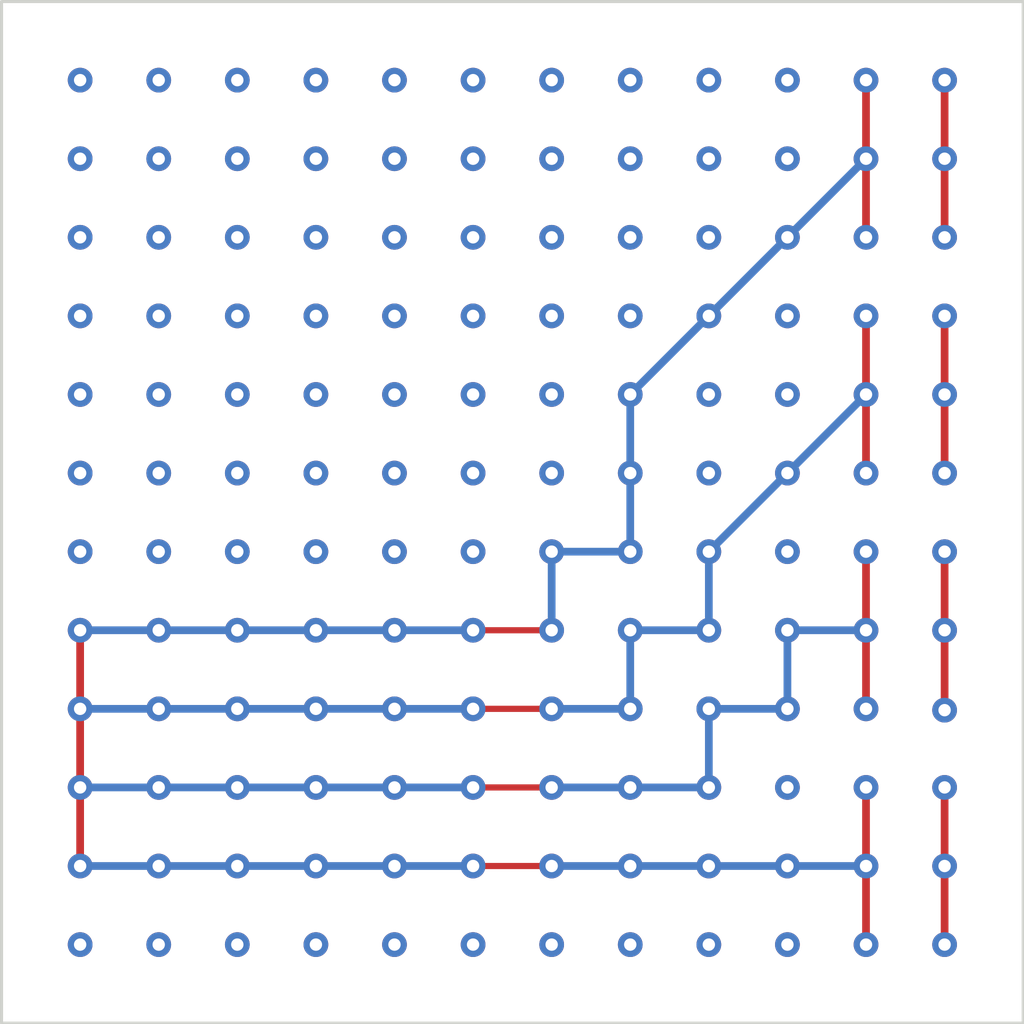
<source format=kicad_pcb>
(kicad_pcb
	(version 20240108)
	(generator "pcbnew")
	(generator_version "8.0")
	(general
		(thickness 1.6)
		(legacy_teardrops no)
	)
	(paper "A4")
	(layers
		(0 "F.Cu" signal)
		(31 "B.Cu" signal)
		(32 "B.Adhes" user "B.Adhesive")
		(33 "F.Adhes" user "F.Adhesive")
		(34 "B.Paste" user)
		(35 "F.Paste" user)
		(36 "B.SilkS" user "B.Silkscreen")
		(37 "F.SilkS" user "F.Silkscreen")
		(38 "B.Mask" user)
		(39 "F.Mask" user)
		(40 "Dwgs.User" user "User.Drawings")
		(41 "Cmts.User" user "User.Comments")
		(42 "Eco1.User" user "User.Eco1")
		(43 "Eco2.User" user "User.Eco2")
		(44 "Edge.Cuts" user)
		(45 "Margin" user)
		(46 "B.CrtYd" user "B.Courtyard")
		(47 "F.CrtYd" user "F.Courtyard")
		(48 "B.Fab" user)
		(49 "F.Fab" user)
		(50 "User.1" user)
		(51 "User.2" user)
		(52 "User.3" user)
		(53 "User.4" user)
		(54 "User.5" user)
		(55 "User.6" user)
		(56 "User.7" user)
		(57 "User.8" user)
		(58 "User.9" user)
	)
	(setup
		(pad_to_mask_clearance 0)
		(allow_soldermask_bridges_in_footprints no)
		(pcbplotparams
			(layerselection 0x00010fc_ffffffff)
			(plot_on_all_layers_selection 0x0000000_00000000)
			(disableapertmacros no)
			(usegerberextensions no)
			(usegerberattributes yes)
			(usegerberadvancedattributes yes)
			(creategerberjobfile yes)
			(dashed_line_dash_ratio 12.000000)
			(dashed_line_gap_ratio 3.000000)
			(svgprecision 4)
			(plotframeref no)
			(viasonmask no)
			(mode 1)
			(useauxorigin no)
			(hpglpennumber 1)
			(hpglpenspeed 20)
			(hpglpendiameter 15.000000)
			(pdf_front_fp_property_popups yes)
			(pdf_back_fp_property_popups yes)
			(dxfpolygonmode yes)
			(dxfimperialunits yes)
			(dxfusepcbnewfont yes)
			(psnegative no)
			(psa4output no)
			(plotreference yes)
			(plotvalue yes)
			(plotfptext yes)
			(plotinvisibletext no)
			(sketchpadsonfab no)
			(subtractmaskfromsilk no)
			(outputformat 1)
			(mirror no)
			(drillshape 1)
			(scaleselection 1)
			(outputdirectory "")
		)
	)
	(net 0 "")
	(gr_line
		(start 149.86 83.82)
		(end 147.32 83.82)
		(stroke
			(width 0.2)
			(type default)
		)
		(layer "F.Cu")
		(uuid "09939eff-7dca-40e1-9aaa-056a9500d7c4")
	)
	(gr_line
		(start 149.86 88.9)
		(end 147.32 88.9)
		(stroke
			(width 0.2)
			(type default)
		)
		(layer "F.Cu")
		(uuid "38954aec-074a-44fe-b5ed-1d0fd6778b33")
	)
	(gr_line
		(start 149.86 91.44)
		(end 147.32 91.44)
		(stroke
			(width 0.2)
			(type default)
		)
		(layer "F.Cu")
		(uuid "730eba30-1efe-4210-bf14-afff01a3bc65")
	)
	(gr_line
		(start 149.86 86.36)
		(end 147.32 86.36)
		(stroke
			(width 0.2)
			(type default)
		)
		(layer "F.Cu")
		(uuid "9c7fe386-8ae6-46b6-8ad1-80798af495cb")
	)
	(gr_rect
		(start 132.08 63.5)
		(end 165.1 96.52)
		(stroke
			(width 0.1)
			(type default)
		)
		(fill none)
		(layer "Edge.Cuts")
		(uuid "3b3e0919-9240-4e88-98bc-c7a30301080c")
	)
	(gr_text "0"
		(at 162.56 68.58 0)
		(layer "F.Paste")
		(uuid "1c8f6e39-6a84-4f85-90af-53432a0968a3")
		(effects
			(font
				(size 1 1)
				(thickness 0.15)
			)
			(justify left bottom)
		)
	)
	(gr_text "5"
		(at 162.56 81.28 0)
		(layer "F.Paste")
		(uuid "2afd352e-4eb1-4f53-aa21-ec0a751cd422")
		(effects
			(font
				(size 1 1)
				(thickness 0.15)
			)
			(justify left bottom)
		)
	)
	(gr_text "8"
		(at 147.32 91.44 0)
		(layer "F.Paste")
		(uuid "71c3059d-5221-405e-809f-65e8351ac9be")
		(effects
			(font
				(size 1 1)
				(thickness 0.15)
			)
			(justify left bottom)
		)
	)
	(gr_text "8"
		(at 162.56 88.9 0)
		(layer "F.Paste")
		(uuid "7de35bd8-e371-4a3a-9a5b-dff552258fbc")
		(effects
			(font
				(size 1 1)
				(thickness 0.15)
			)
			(justify left bottom)
		)
	)
	(gr_text "5"
		(at 147.32 88.9 0)
		(layer "F.Paste")
		(uuid "8447af02-3e08-48de-a815-9e8d4cdd024f")
		(effects
			(font
				(size 1 1)
				(thickness 0.15)
			)
			(justify left bottom)
		)
	)
	(gr_text "4"
		(at 147.32 86.36 0)
		(layer "F.Paste")
		(uuid "867edb82-d96c-4b8a-9194-1c1b9cf7801f")
		(effects
			(font
				(size 1 1)
				(thickness 0.15)
			)
			(justify left bottom)
		)
	)
	(gr_text "0"
		(at 147.32 83.82 0)
		(layer "F.Paste")
		(uuid "d09b732c-06a5-49d1-b1c1-32ad7832198e")
		(effects
			(font
				(size 1 1)
				(thickness 0.15)
			)
			(justify left bottom)
		)
	)
	(gr_text "4"
		(at 162.56 76.2 0)
		(layer "F.Paste")
		(uuid "f5655bff-f72b-46f8-9076-6f97b386c1c0")
		(effects
			(font
				(size 1 1)
				(thickness 0.15)
			)
			(justify left bottom)
		)
	)
	(segment
		(start 162.56 81.28)
		(end 162.56 86.402816)
		(width 0.25)
		(layer "F.Cu")
		(net 0)
		(uuid "604479b2-9034-4131-a273-c6a7e5ebaabd")
	)
	(segment
		(start 162.56 93.98)
		(end 162.56 91.44)
		(width 0.25)
		(layer "F.Cu")
		(net 0)
		(uuid "6dc45538-699c-479b-8c47-ca4279ed87d5")
	)
	(segment
		(start 162.56 78.74)
		(end 162.56 73.66)
		(width 0.25)
		(layer "F.Cu")
		(net 0)
		(uuid "6f04f574-23b6-4d11-b810-886bc64ce1d0")
	)
	(segment
		(start 160.02 71.12)
		(end 160.02 66.04)
		(width 0.25)
		(layer "F.Cu")
		(net 0)
		(uuid "70407452-e4f0-4a5f-9c4f-15e0cff64824")
	)
	(segment
		(start 162.56 88.9)
		(end 162.56 91.44)
		(width 0.25)
		(layer "F.Cu")
		(net 0)
		(uuid "72b49e48-3a36-4b30-974e-bff830ba8a17")
	)
	(segment
		(start 160.02 78.74)
		(end 160.02 73.66)
		(width 0.25)
		(layer "F.Cu")
		(net 0)
		(uuid "7407d788-16c3-49b4-a1ac-c09b2d9d21af")
	)
	(segment
		(start 162.56 71.12)
		(end 162.56 66.04)
		(width 0.25)
		(layer "F.Cu")
		(net 0)
		(uuid "7942b71e-0659-4b9a-815b-1f2df88c20de")
	)
	(segment
		(start 160.02 81.28)
		(end 160.02 86.36)
		(width 0.25)
		(layer "F.Cu")
		(net 0)
		(uuid "96b7e531-1f58-4a37-92ac-9bc6c34b7ace")
	)
	(segment
		(start 160.02 88.9)
		(end 160.02 93.98)
		(width 0.25)
		(layer "F.Cu")
		(net 0)
		(uuid "c56322db-3c41-45cf-aee1-d4476e72d6ee")
	)
	(segment
		(start 134.62 91.44)
		(end 134.62 83.82)
		(width 0.25)
		(layer "F.Cu")
		(net 0)
		(uuid "d6549a5d-74a5-4d46-9f19-743347c00bab")
	)
	(via
		(at 162.56 68.58)
		(size 0.8)
		(drill 0.4)
		(layers "F.Cu" "B.Cu")
		(net 0)
		(uuid "003d882a-7499-4589-bded-ed97bb6241fd")
	)
	(via
		(at 147.32 93.98)
		(size 0.8)
		(drill 0.4)
		(layers "F.Cu" "B.Cu")
		(net 0)
		(uuid "04049935-991b-4db8-a2ba-dcf012dbd3a9")
	)
	(via
		(at 149.86 93.98)
		(size 0.8)
		(drill 0.4)
		(layers "F.Cu" "B.Cu")
		(net 0)
		(uuid "051f7d57-9cce-4128-ad82-02da64cc89b5")
	)
	(via
		(at 154.94 66.04)
		(size 0.8)
		(drill 0.4)
		(layers "F.Cu" "B.Cu")
		(net 0)
		(uuid "07897855-f30d-40d8-b594-0cef7eb29cd0")
	)
	(via
		(at 142.24 81.28)
		(size 0.8)
		(drill 0.4)
		(layers "F.Cu" "B.Cu")
		(net 0)
		(uuid "0b377752-95af-48de-8f56-c50e78b5fa22")
	)
	(via
		(at 152.4 93.98)
		(size 0.8)
		(drill 0.4)
		(layers "F.Cu" "B.Cu")
		(net 0)
		(uuid "0b748910-66c9-4482-92c7-5c7ec7631280")
	)
	(via
		(at 137.16 68.58)
		(size 0.8)
		(drill 0.4)
		(layers "F.Cu" "B.Cu")
		(net 0)
		(uuid "0bae23d1-3e1d-4e34-9ab6-1048156b58a8")
	)
	(via
		(at 162.56 86.402816)
		(size 0.8)
		(drill 0.4)
		(layers "F.Cu" "B.Cu")
		(net 0)
		(uuid "0ffda84f-a1f0-4e3c-b639-7edfabd6d7c4")
	)
	(via
		(at 152.4 76.2)
		(size 0.8)
		(drill 0.4)
		(layers "F.Cu" "B.Cu")
		(net 0)
		(uuid "0ffe41d1-dc14-4240-9183-4f0acda4e00a")
	)
	(via
		(at 149.86 71.12)
		(size 0.8)
		(drill 0.4)
		(layers "F.Cu" "B.Cu")
		(net 0)
		(uuid "10f002bd-4841-4df3-93cb-6c1dece3e33e")
	)
	(via
		(at 162.56 91.44)
		(size 0.8)
		(drill 0.4)
		(layers "F.Cu" "B.Cu")
		(net 0)
		(uuid "12467fa9-aac8-45f0-af3a-a7611e94afcd")
	)
	(via
		(at 142.24 68.58)
		(size 0.8)
		(drill 0.4)
		(layers "F.Cu" "B.Cu")
		(net 0)
		(uuid "12f06f59-9143-42a8-b05d-52cc6f768742")
	)
	(via
		(at 144.78 68.58)
		(size 0.8)
		(drill 0.4)
		(layers "F.Cu" "B.Cu")
		(net 0)
		(uuid "1315899a-4261-45c8-8daf-cc3916a3d01e")
	)
	(via
		(at 142.24 78.74)
		(size 0.8)
		(drill 0.4)
		(layers "F.Cu" "B.Cu")
		(net 0)
		(uuid "14308cc5-2ba1-4586-823a-5faf7b63a85d")
	)
	(via
		(at 160.02 88.9)
		(size 0.8)
		(drill 0.4)
		(layers "F.Cu" "B.Cu")
		(net 0)
		(uuid "15cdfd0c-d2f6-42b2-b0af-f01664b78850")
	)
	(via
		(at 139.7 91.44)
		(size 0.8)
		(drill 0.4)
		(layers "F.Cu" "B.Cu")
		(net 0)
		(uuid "17660812-a070-459e-95a2-50fba4b8e108")
	)
	(via
		(at 160.02 66.04)
		(size 0.8)
		(drill 0.4)
		(layers "F.Cu" "B.Cu")
		(net 0)
		(uuid "17f320cd-be1f-435a-a07e-7581106e330d")
	)
	(via
		(at 137.16 88.9)
		(size 0.8)
		(drill 0.4)
		(layers "F.Cu" "B.Cu")
		(net 0)
		(uuid "19e6c48a-24a0-42e3-9bf9-711836d78087")
	)
	(via
		(at 144.78 83.82)
		(size 0.8)
		(drill 0.4)
		(layers "F.Cu" "B.Cu")
		(net 0)
		(uuid "1b55bc89-e01e-4759-a076-fd71d9196654")
	)
	(via
		(at 149.86 66.04)
		(size 0.8)
		(drill 0.4)
		(layers "F.Cu" "B.Cu")
		(net 0)
		(uuid "1e2d3299-a678-438a-a8f5-4464626a3ee6")
	)
	(via
		(at 154.94 73.66)
		(size 0.8)
		(drill 0.4)
		(layers "F.Cu" "B.Cu")
		(net 0)
		(uuid "1f2c8ef3-6d59-4aae-925f-eeffdb0b45e7")
	)
	(via
		(at 142.24 76.2)
		(size 0.8)
		(drill 0.4)
		(layers "F.Cu" "B.Cu")
		(net 0)
		(uuid "21c30a23-033d-482a-aacc-429d07c2dc59")
	)
	(via
		(at 142.24 71.12)
		(size 0.8)
		(drill 0.4)
		(layers "F.Cu" "B.Cu")
		(net 0)
		(uuid "2219695f-a8d3-4118-991f-e9b964bb0aa9")
	)
	(via
		(at 144.78 78.74)
		(size 0.8)
		(drill 0.4)
		(layers "F.Cu" "B.Cu")
		(net 0)
		(uuid "238225dc-29dd-48b6-af1c-0dc225dbe5e3")
	)
	(via
		(at 162.56 71.12)
		(size 0.8)
		(drill 0.4)
		(layers "F.Cu" "B.Cu")
		(net 0)
		(uuid "2449bb43-34b9-4a46-9cb3-144677af8ef9")
	)
	(via
		(at 134.62 86.36)
		(size 0.8)
		(drill 0.4)
		(layers "F.Cu" "B.Cu")
		(net 0)
		(uuid "25275f69-1ab7-417d-b6e8-6f2249a6948d")
	)
	(via
		(at 162.56 76.2)
		(size 0.8)
		(drill 0.4)
		(layers "F.Cu" "B.Cu")
		(net 0)
		(uuid "25673ab9-02dc-40d5-b90d-22b08720ae53")
	)
	(via
		(at 144.78 88.9)
		(size 0.8)
		(drill 0.4)
		(layers "F.Cu" "B.Cu")
		(net 0)
		(uuid "25a85c4f-1623-4aa3-b5ed-2327b6c7162a")
	)
	(via
		(at 160.02 93.98)
		(size 0.8)
		(drill 0.4)
		(layers "F.Cu" "B.Cu")
		(net 0)
		(uuid "25d422c4-7234-44d8-80a0-d1182077b643")
	)
	(via
		(at 147.32 81.28)
		(size 0.8)
		(drill 0.4)
		(layers "F.Cu" "B.Cu")
		(net 0)
		(uuid "2a5a3a0a-e7a6-4bef-9a4f-ba1acac4394d")
	)
	(via
		(at 147.32 83.82)
		(size 0.8)
		(drill 0.4)
		(layers "F.Cu" "B.Cu")
		(net 0)
		(uuid "2aaede2e-4c32-479c-8ab4-946f8b2ba2d1")
	)
	(via
		(at 157.48 88.9)
		(size 0.8)
		(drill 0.4)
		(layers "F.Cu" "B.Cu")
		(net 0)
		(uuid "2b94196d-d29a-4a6e-91c2-dccd582488e5")
	)
	(via
		(at 142.24 93.98)
		(size 0.8)
		(drill 0.4)
		(layers "F.Cu" "B.Cu")
		(net 0)
		(uuid "2b9efb7d-f7aa-4593-97bf-7a717b01aaf2")
	)
	(via
		(at 147.32 66.04)
		(size 0.8)
		(drill 0.4)
		(layers "F.Cu" "B.Cu")
		(net 0)
		(uuid "2e86c658-53a4-4895-b50c-02dd5a51688a")
	)
	(via
		(at 147.32 73.66)
		(size 0.8)
		(drill 0.4)
		(layers "F.Cu" "B.Cu")
		(net 0)
		(uuid "31f293b8-da7c-4532-9e54-3e4b2c7edfcf")
	)
	(via
		(at 134.62 83.82)
		(size 0.8)
		(drill 0.4)
		(layers "F.Cu" "B.Cu")
		(net 0)
		(uuid "338f4a36-d303-42aa-b320-8568c89ea881")
	)
	(via
		(at 139.7 86.36)
		(size 0.8)
		(drill 0.4)
		(layers "F.Cu" "B.Cu")
		(net 0)
		(uuid "35941764-7bae-49f8-a876-f10166e65110")
	)
	(via
		(at 139.7 73.66)
		(size 0.8)
		(drill 0.4)
		(layers "F.Cu" "B.Cu")
		(net 0)
		(uuid "379711e9-90d6-4392-baa3-27daf724cca7")
	)
	(via
		(at 142.24 88.9)
		(size 0.8)
		(drill 0.4)
		(layers "F.Cu" "B.Cu")
		(net 0)
		(uuid "3933ff3f-c23e-4653-b9ca-401181c1f642")
	)
	(via
		(at 142.24 83.82)
		(size 0.8)
		(drill 0.4)
		(layers "F.Cu" "B.Cu")
		(net 0)
		(uuid "3bcae532-0253-4959-9a38-b07d19c7d22b")
	)
	(via
		(at 154.94 71.12)
		(size 0.8)
		(drill 0.4)
		(layers "F.Cu" "B.Cu")
		(net 0)
		(uuid "3e11f536-13a5-4680-b3ff-0dece993304f")
	)
	(via
		(at 137.16 71.12)
		(size 0.8)
		(drill 0.4)
		(layers "F.Cu" "B.Cu")
		(net 0)
		(uuid "44dbc8b7-0438-4fe9-bddd-833e42a0b7b0")
	)
	(via
		(at 152.4 73.66)
		(size 0.8)
		(drill 0.4)
		(layers "F.Cu" "B.Cu")
		(net 0)
		(uuid "4776530e-610a-480c-9ffe-989e76ab60ce")
	)
	(via
		(at 149.86 83.82)
		(size 0.8)
		(drill 0.4)
		(layers "F.Cu" "B.Cu")
		(net 0)
		(uuid "48115368-191a-4b4e-9680-148567bc8ae3")
	)
	(via
		(at 149.86 86.36)
		(size 0.8)
		(drill 0.4)
		(layers "F.Cu" "B.Cu")
		(net 0)
		(uuid "4c3f742b-a1b9-4e3c-a1c9-b6e35f09e462")
	)
	(via
		(at 147.32 78.74)
		(size 0.8)
		(drill 0.4)
		(layers "F.Cu" "B.Cu")
		(net 0)
		(uuid "4c8992a3-e3df-49c7-aa6e-fb6216e32985")
	)
	(via
		(at 152.4 71.12)
		(size 0.8)
		(drill 0.4)
		(layers "F.Cu" "B.Cu")
		(net 0)
		(uuid "4cf1593d-39dc-4620-979d-4b6c251eaa34")
	)
	(via
		(at 157.48 66.04)
		(size 0.8)
		(drill 0.4)
		(layers "F.Cu" "B.Cu")
		(net 0)
		(uuid "4f033b35-4d29-47b9-b82a-4dc6d1646205")
	)
	(via
		(at 160.02 71.12)
		(size 0.8)
		(drill 0.4)
		(layers "F.Cu" "B.Cu")
		(net 0)
		(uuid "4f7c251f-3e03-4c44-b35d-1861b82eb3ed")
	)
	(via
		(at 147.32 88.9)
		(size 0.8)
		(drill 0.4)
		(layers "F.Cu" "B.Cu")
		(net 0)
		(uuid "4fa8c028-bc4e-43ff-b5e0-8222bc80893a")
	)
	(via
		(at 144.78 71.12)
		(size 0.8)
		(drill 0.4)
		(layers "F.Cu" "B.Cu")
		(net 0)
		(uuid "50238785-88b9-4ea2-a3ee-91e677da972b")
	)
	(via
		(at 149.86 76.2)
		(size 0.8)
		(drill 0.4)
		(layers "F.Cu" "B.Cu")
		(net 0)
		(uuid "5073d51f-5899-4b61-aad0-139ff97cf305")
	)
	(via
		(at 147.32 71.12)
		(size 0.8)
		(drill 0.4)
		(layers "F.Cu" "B.Cu")
		(net 0)
		(uuid "50cb337f-13bf-448b-8bc7-94a92ad61c25")
	)
	(via
		(at 134.62 73.66)
		(size 0.8)
		(drill 0.4)
		(layers "F.Cu" "B.Cu")
		(net 0)
		(uuid "52b39aeb-27e2-45ec-80d4-5a5995d35b62")
	)
	(via
		(at 137.16 83.82)
		(size 0.8)
		(drill 0.4)
		(layers "F.Cu" "B.Cu")
		(net 0)
		(uuid "54233888-0b86-491b-ab69-65207c87c97e")
	)
	(via
		(at 160.02 81.28)
		(size 0.8)
		(drill 0.4)
		(layers "F.Cu" "B.Cu")
		(net 0)
		(uuid "57f2d7a0-151a-4896-b66f-d4189dcbbc0c")
	)
	(via
		(at 149.86 81.28)
		(size 0.8)
		(drill 0.4)
		(layers "F.Cu" "B.Cu")
		(net 0)
		(uuid "5d782f46-c8b1-44b2-b46f-54f91c8c37f5")
	)
	(via
		(at 149.86 91.44)
		(size 0.8)
		(drill 0.4)
		(layers "F.Cu" "B.Cu")
		(net 0)
		(uuid "5e5ef707-ad85-41f6-9627-cb38ce5242e8")
	)
	(via
		(at 154.94 91.44)
		(size 0.8)
		(drill 0.4)
		(layers "F.Cu" "B.Cu")
		(net 0)
		(uuid "5f7ffd8c-de44-40d8-a115-2287b68802b3")
	)
	(via
		(at 162.56 78.74)
		(size 0.8)
		(drill 0.4)
		(layers "F.Cu" "B.Cu")
		(net 0)
		(uuid "61accf7d-33b8-4c74-8f88-9d66dc2614a5")
	)
	(via
		(at 137.16 81.28)
		(size 0.8)
		(drill 0.4)
		(layers "F.Cu" "B.Cu")
		(net 0)
		(uuid "6224373f-b90a-4249-822a-7aff0aac0f6e")
	)
	(via
		(at 147.32 76.2)
		(size 0.8)
		(drill 0.4)
		(layers "F.Cu" "B.Cu")
		(net 0)
		(uuid "62987601-5248-45ca-a016-7682aea841dc")
	)
	(via
		(at 157.48 83.82)
		(size 0.8)
		(drill 0.4)
		(layers "F.Cu" "B.Cu")
		(net 0)
		(uuid "65e5a3d3-e091-4fae-82dc-df2fe1f7bf84")
	)
	(via
		(at 154.94 68.58)
		(size 0.8)
		(drill 0.4)
		(layers "F.Cu" "B.Cu")
		(net 0)
		(uuid "66f07ee0-eca3-4535-ac8a-f629b0ee0d76")
	)
	(via
		(at 139.7 66.04)
		(size 0.8)
		(drill 0.4)
		(layers "F.Cu" "B.Cu")
		(net 0)
		(uuid "679091fe-9c32-4280-8bd8-782924d182c4")
	)
	(via
		(at 149.86 78.74)
		(size 0.8)
		(drill 0.4)
		(layers "F.Cu" "B.Cu")
		(net 0)
		(uuid "6b16740e-6dcf-45d0-8c4b-fd260cdd4835")
	)
	(via
		(at 147.32 68.58)
		(size 0.8)
		(drill 0.4)
		(layers "F.Cu" "B.Cu")
		(net 0)
		(uuid "6bd099ab-12c7-44de-835a-4c38abb7fde5")
	)
	(via
		(at 137.16 91.44)
		(size 0.8)
		(drill 0.4)
		(layers "F.Cu" "B.Cu")
		(net 0)
		(uuid "6d083f30-f1cc-48bc-b3d0-a49cb35f8a13")
	)
	(via
		(at 149.86 68.58)
		(size 0.8)
		(drill 0.4)
		(layers "F.Cu" "B.Cu")
		(net 0)
		(uuid "6f94b4da-8c82-4490-aa5e-1c1c64c8459c")
	)
	(via
		(at 139.7 88.9)
		(size 0.8)
		(drill 0.4)
		(layers "F.Cu" "B.Cu")
		(net 0)
		(uuid "713396f3-f9c6-446c-80c8-b5373402620b")
	)
	(via
		(at 137.16 86.36)
		(size 0.8)
		(drill 0.4)
		(layers "F.Cu" "B.Cu")
		(net 0)
		(uuid "74758020-a232-4f7c-9588-6aa8702aea18")
	)
	(via
		(at 139.7 93.98)
		(size 0.8)
		(drill 0.4)
		(layers "F.Cu" "B.Cu")
		(net 0)
		(uuid "76f92cb5-ebc8-493e-b117-1bb7269f4b92")
	)
	(via
		(at 152.4 83.82)
		(size 0.8)
		(drill 0.4)
		(layers "F.Cu" "B.Cu")
		(net 0)
		(uuid "77492efd-bec5-45f6-98bc-42f047d2ee12")
	)
	(via
		(at 144.78 73.66)
		(size 0.8)
		(drill 0.4)
		(layers "F.Cu" "B.Cu")
		(net 0)
		(uuid "77de3486-5272-41bc-9113-d5c4cf38a22d")
	)
	(via
		(at 157.48 68.58)
		(size 0.8)
		(drill 0.4)
		(layers "F.Cu" "B.Cu")
		(net 0)
		(uuid "7865f383-47ce-46cd-95bf-49dcb1eb12c5")
	)
	(via
		(at 144.78 81.28)
		(size 0.8)
		(drill 0.4)
		(layers "F.Cu" "B.Cu")
		(net 0)
		(uuid "7a1e012f-349b-4e5b-b51a-4ebabdf93468")
	)
	(via
		(at 149.86 73.66)
		(size 0.8)
		(drill 0.4)
		(layers "F.Cu" "B.Cu")
		(net 0)
		(uuid "7c086fd7-177f-40cf-9874-0c8dc85a6bbf")
	)
	(via
		(at 142.24 86.36)
		(size 0.8)
		(drill 0.4)
		(layers "F.Cu" "B.Cu")
		(net 0)
		(uuid "7cf8adf7-5945-442b-bb98-b4cd24dd7ebf")
	)
	(via
		(at 152.4 78.74)
		(size 0.8)
		(drill 0.4)
		(layers "F.Cu" "B.Cu")
		(net 0)
		(uuid "80653353-645c-4994-9406-26238e9c9d87")
	)
	(via
		(at 134.62 88.9)
		(size 0.8)
		(drill 0.4)
		(layers "F.Cu" "B.Cu")
		(net 0)
		(uuid "81ab2ca6-1510-4368-a1fe-1ac8ee1adaeb")
	)
	(via
		(at 152.4 81.28)
		(size 0.8)
		(drill 0.4)
		(layers "F.Cu" "B.Cu")
		(net 0)
		(uuid "821efb73-409a-47a0-9985-beb05481d526")
	)
	(via
		(at 154.94 86.36)
		(size 0.8)
		(drill 0.4)
		(layers "F.Cu" "B.Cu")
		(net 0)
		(uuid "84e8351f-5aed-4140-a544-68b7ab5fe127")
	)
	(via
		(at 137.16 66.04)
		(size 0.8)
		(drill 0.4)
		(layers "F.Cu" "B.Cu")
		(net 0)
		(uuid "89b7fbea-8b92-4533-8df1-ce357c9f2faa")
	)
	(via
		(at 157.48 78.74)
		(size 0.8)
		(drill 0.4)
		(layers "F.Cu" "B.Cu")
		(net 0)
		(uuid "8c4febf3-27d6-4969-9eda-776e25cc6fab")
	)
	(via
		(at 152.4 68.58)
		(size 0.8)
		(drill 0.4)
		(layers "F.Cu" "B.Cu")
		(net 0)
		(uuid "8fac131f-30b8-47ea-98d4-90483e4c51d6")
	)
	(via
		(at 152.4 88.9)
		(size 0.8)
		(drill 0.4)
		(layers "F.Cu" "B.Cu")
		(net 0)
		(uuid "90f13bc9-b79e-48ab-b7b2-2ecc4ed457bb")
	)
	(via
		(at 144.78 66.04)
		(size 0.8)
		(drill 0.4)
		(layers "F.Cu" "B.Cu")
		(net 0)
		(uuid "930c0b1f-2f91-4618-bcc4-b709dd04af53")
	)
	(via
		(at 152.4 86.36)
		(size 0.8)
		(drill 0.4)
		(layers "F.Cu" "B.Cu")
		(net 0)
		(uuid "98c69ec3-c0aa-4982-b56d-c4224a587cc5")
	)
	(via
		(at 139.7 68.58)
		(size 0.8)
		(drill 0.4)
		(layers "F.Cu" "B.Cu")
		(net 0)
		(uuid "99208288-c009-4ea9-905a-b8d2fb5acd5b")
	)
	(via
		(at 137.16 78.74)
		(size 0.8)
		(drill 0.4)
		(layers "F.Cu" "B.Cu")
		(net 0)
		(uuid "9b7458c7-d592-4bc1-b6ed-966aa68b935e")
	)
	(via
		(at 160.02 76.2)
		(size 0.8)
		(drill 0.4)
		(layers "F.Cu" "B.Cu")
		(net 0)
		(uuid "9c3fd55b-a40c-4e32-a844-573953368931")
	)
	(via
		(at 134.62 76.2)
		(size 0.8)
		(drill 0.4)
		(layers "F.Cu" "B.Cu")
		(net 0)
		(uuid "9e542df2-19d6-49f4-8f2c-4969baf4bbc1")
	)
	(via
		(at 162.56 81.28)
		(size 0.8)
		(drill 0.4)
		(layers "F.Cu" "B.Cu")
		(net 0)
		(uuid "a030bef9-4dd0-489e-95c8-7a88b1e69500")
	)
	(via
		(at 157.48 86.36)
		(size 0.8)
		(drill 0.4)
		(layers "F.Cu" "B.Cu")
		(net 0)
		(uuid "ac819f39-a016-4773-9260-73f9e35b1b64")
	)
	(via
		(at 139.7 71.12)
		(size 0.8)
		(drill 0.4)
		(layers "F.Cu" "B.Cu")
		(net 0)
		(uuid "ae4ae4bd-f40a-4667-932f-4520b12a83b0")
	)
	(via
		(at 154.94 78.74)
		(size 0.8)
		(drill 0.4)
		(layers "F.Cu" "B.Cu")
		(net 0)
		(uuid "b24d6ae4-2a5c-42af-88fa-e02bac56f728")
	)
	(via
		(at 134.62 81.28)
		(size 0.8)
		(drill 0.4)
		(layers "F.Cu" "B.Cu")
		(net 0)
		(uuid "b3a8a44d-95c5-4aac-b916-3a82eee7a9d6")
	)
	(via
		(at 162.56 93.98)
		(size 0.8)
		(drill 0.4)
		(layers "F.Cu" "B.Cu")
		(net 0)
		(uuid "b4acf674-025d-4aba-abff-1013cda485d0")
	)
	(via
		(at 154.94 76.2)
		(size 0.8)
		(drill 0.4)
		(layers "F.Cu" "B.Cu")
		(net 0)
		(uuid "b63aa79a-927b-466c-ada2-fc88a91bbb97")
	)
	(via
		(at 157.48 81.28)
		(size 0.8)
		(drill 0.4)
		(layers "F.Cu" "B.Cu")
		(net 0)
		(uuid "b6b03859-ec7b-407d-a44b-35bbc192da5b")
	)
	(via
		(at 160.02 86.36)
		(size 0.8)
		(drill 0.4)
		(layers "F.Cu" "B.Cu")
		(net 0)
		(uuid "b8d7a1d4-1fd5-4f38-adca-c46debe49a8f")
	)
	(via
		(at 137.16 76.2)
		(size 0.8)
		(drill 0.4)
		(layers "F.Cu" "B.Cu")
		(net 0)
		(uuid "b919a6e2-4a31-4f55-8d4e-125cbdcaf10f")
	)
	(via
		(at 147.32 86.36)
		(size 0.8)
		(drill 0.4)
		(layers "F.Cu" "B.Cu")
		(net 0)
		(uuid "bde9efdc-c1a6-43de-8797-37d7c3ecdba3")
	)
	(via
		(at 160.02 91.44)
		(size 0.8)
		(drill 0.4)
		(layers "F.Cu" "B.Cu")
		(net 0)
		(uuid "bebd9c65-635d-4861-ace5-581ef17f87d9")
	)
	(via
		(at 134.62 91.44)
		(size 0.8)
		(drill 0.4)
		(layers "F.Cu" "B.Cu")
		(net 0)
		(uuid "c2866da7-a03d-42a4-9c8a-03f6383564a0")
	)
	(via
		(at 137.16 73.66)
		(size 0.8)
		(drill 0.4)
		(layers "F.Cu" "B.Cu")
		(net 0)
		(uuid "c2f2f2e1-a940-49b1-b8b2-e021dba2f821")
	)
	(via
		(at 160.02 68.58)
		(size 0.8)
		(drill 0.4)
		(layers "F.Cu" "B.Cu")
		(net 0)
		(uuid "c30fd684-0b79-4b7e-8098-38dc80c559ea")
	)
	(via
		(at 134.62 93.98)
		(size 0.8)
		(drill 0.4)
		(layers "F.Cu" "B.Cu")
		(net 0)
		(uuid "c3fd1968-9d69-4e00-b123-316b940cf37b")
	)
	(via
		(at 152.4 91.44)
		(size 0.8)
		(drill 0.4)
		(layers "F.Cu" "B.Cu")
		(net 0)
		(uuid "c738d041-0007-48d3-bdc3-c0b8dd42b01d")
	)
	(via
		(at 157.48 73.66)
		(size 0.8)
		(drill 0.4)
		(layers "F.Cu" "B.Cu")
		(net 0)
		(uuid "c7cf6fa4-03c7-4797-93f8-6a6d8a37e2fc")
	)
	(via
		(at 154.94 81.28)
		(size 0.8)
		(drill 0.4)
		(layers "F.Cu" "B.Cu")
		(net 0)
		(uuid "c875a67b-9b9f-4b0e-9cc1-98816f6e4da7")
	)
	(via
		(at 134.62 71.12)
		(size 0.8)
		(drill 0.4)
		(layers "F.Cu" "B.Cu")
		(net 0)
		(uuid "c99f1145-855d-4735-b32e-420908423fce")
	)
	(via
		(at 154.94 88.9)
		(size 0.8)
		(drill 0.4)
		(layers "F.Cu" "B.Cu")
		(net 0)
		(uuid "c9eeb9e5-709b-4b45-9524-744e264fe77e")
	)
	(via
		(at 139.7 83.82)
		(size 0.8)
		(drill 0.4)
		(layers "F.Cu" "B.Cu")
		(net 0)
		(uuid "cc92b4e5-e895-49b1-9b08-e3287536857b")
	)
	(via
		(at 162.56 73.66)
		(size 0.8)
		(drill 0.4)
		(layers "F.Cu" "B.Cu")
		(net 0)
		(uuid "cd542d43-a222-4247-a814-9fff6a5ff271")
	)
	(via
		(at 149.86 88.9)
		(size 0.8)
		(drill 0.4)
		(layers "F.Cu" "B.Cu")
		(net 0)
		(uuid "cdae2ca0-62b0-4bdb-8e17-c96c9cb04e83")
	)
	(via
		(at 162.56 66.04)
		(size 0.8)
		(drill 0.4)
		(layers "F.Cu" "B.Cu")
		(net 0)
		(uuid "ce558815-f988-4e93-b058-e6dd5691a7ce")
	)
	(via
		(at 142.24 66.04)
		(size 0.8)
		(drill 0.4)
		(layers "F.Cu" "B.Cu")
		(net 0)
		(uuid "d33f178d-8e10-4888-8c94-f56d336acae3")
	)
	(via
		(at 162.56 88.9)
		(size 0.8)
		(drill 0.4)
		(layers "F.Cu" "B.Cu")
		(net 0)
		(uuid "d4ab6a82-5175-41e8-946f-a7ffc5b95668")
	)
	(via
		(at 157.48 76.2)
		(size 0.8)
		(drill 0.4)
		(layers "F.Cu" "B.Cu")
		(net 0)
		(uuid "d8ca28e8-cc37-4517-9190-b2f2ead19cb4")
	)
	(via
		(at 162.56 83.82)
		(size 0.8)
		(drill 0.4)
		(layers "F.Cu" "B.Cu")
		(net 0)
		(uuid "dabb13f1-b44d-42ed-a4a3-04da2e8c5a92")
	)
	(via
		(at 157.48 91.44)
		(size 0.8)
		(drill 0.4)
		(layers "F.Cu" "B.Cu")
		(net 0)
		(uuid "dc005764-a638-4cfa-a9f2-b9bdc8d562c2")
	)
	(via
		(at 142.24 73.66)
		(size 0.8)
		(drill 0.4)
		(layers "F.Cu" "B.Cu")
		(net 0)
		(uuid "dc1a7f80-52db-4559-9c96-2e1f55ac9e35")
	)
	(via
		(at 154.94 83.82)
		(size 0.8)
		(drill 0.4)
		(layers "F.Cu" "B.Cu")
		(net 0)
		(uuid "dc6c632e-111d-477a-94d8-d1b3e6e3dde5")
	)
	(via
		(at 144.78 93.98)
		(size 0.8)
		(drill 0.4)
		(layers "F.Cu" "B.Cu")
		(net 0)
		(uuid "dea1f772-b619-4eac-be3c-f253443ec910")
	)
	(via
		(at 134.62 78.74)
		(size 0.8)
		(drill 0.4)
		(layers "F.Cu" "B.Cu")
		(net 0)
		(uuid "defb4582-e70b-4521-b2ba-f4667b9609d1")
	)
	(via
		(at 160.02 78.74)
		(size 0.8)
		(drill 0.4)
		(layers "F.Cu" "B.Cu")
		(net 0)
		(uuid "e338dcf2-7123-483e-8a7b-ebf864557d8c")
	)
	(via
		(at 144.78 76.2)
		(size 0.8)
		(drill 0.4)
		(layers "F.Cu" "B.Cu")
		(net 0)
		(uuid "e372d05b-10ff-43e4-a95f-3121ea7abbf0")
	)
	(via
		(at 134.62 68.58)
		(size 0.8)
		(drill 0.4)
		(layers "F.Cu" "B.Cu")
		(net 0)
		(uuid "e5229c86-1c60-4bd5-8f96-ef4e4079c28c")
	)
	(via
		(at 160.02 83.82)
		(size 0.8)
		(drill 0.4)
		(layers "F.Cu" "B.Cu")
		(net 0)
		(uuid "e5dbe2ce-59d8-4e66-96c9-0bc50cb0a271")
	)
	(via
		(at 142.24 91.44)
		(size 0.8)
		(drill 0.4)
		(layers "F.Cu" "B.Cu")
		(net 0)
		(uuid "e74fd98f-5107-4a04-89b7-5b96cd038564")
	)
	(via
		(at 139.7 76.2)
		(size 0.8)
		(drill 0.4)
		(layers "F.Cu" "B.Cu")
		(net 0)
		(uuid "e95e282e-7130-41f4-9941-5164ba31d00d")
	)
	(via
		(at 152.4 66.04)
		(size 0.8)
		(drill 0.4)
		(layers "F.Cu" "B.Cu")
		(net 0)
		(uuid "eb518a77-80ac-44b9-ac63-fc9e7bef9a4b")
	)
	(via
		(at 144.78 86.36)
		(size 0.8)
		(drill 0.4)
		(layers "F.Cu" "B.Cu")
		(net 0)
		(uuid "eefa6541-ba2d-4a2b-a4c5-b8105eeebfe6")
	)
	(via
		(at 157.48 71.12)
		(size 0.8)
		(drill 0.4)
		(layers "F.Cu" "B.Cu")
		(net 0)
		(uuid "ef461fb6-3ae7-49c7-a360-d0b54469a9d5")
	)
	(via
		(at 137.16 93.98)
		(size 0.8)
		(drill 0.4)
		(layers "F.Cu" "B.Cu")
		(net 0)
		(uuid "f183da9e-4566-40a6-9337-4dba27e825f6")
	)
	(via
		(at 139.7 78.74)
		(size 0.8)
		(drill 0.4)
		(layers "F.Cu" "B.Cu")
		(net 0)
		(uuid "f2ceef2c-34f3-4da1-8920-d1abc0c41d44")
	)
	(via
		(at 144.78 91.44)
		(size 0.8)
		(drill 0.4)
		(layers "F.Cu" "B.Cu")
		(net 0)
		(uuid "f322ccfc-f6cd-4b1c-af4d-eb6a761b648d")
	)
	(via
		(at 157.48 93.98)
		(size 0.8)
		(drill 0.4)
		(layers "F.Cu" "B.Cu")
		(net 0)
		(uuid "f60801a3-b9fc-456d-8343-1e64e8fd5585")
	)
	(via
		(at 160.02 73.66)
		(size 0.8)
		(drill 0.4)
		(layers "F.Cu" "B.Cu")
		(net 0)
		(uuid "f6710e1b-ab6b-4a36-97b1-07f09c155145")
	)
	(via
		(at 147.32 91.44)
		(size 0.8)
		(drill 0.4)
		(layers "F.Cu" "B.Cu")
		(net 0)
		(uuid "f68e310e-a6a0-42b9-b5ae-98a3cb1aa976")
	)
	(via
		(at 154.94 93.98)
		(size 0.8)
		(drill 0.4)
		(layers "F.Cu" "B.Cu")
		(net 0)
		(uuid "fbb65302-b89f-4bf1-922b-72b8e39f0d43")
	)
	(via
		(at 134.62 66.04)
		(size 0.8)
		(drill 0.4)
		(layers "F.Cu" "B.Cu")
		(net 0)
		(uuid "fcd35bc4-61a5-4738-82ee-e0085789586f")
	)
	(via
		(at 139.7 81.28)
		(size 0.8)
		(drill 0.4)
		(layers "F.Cu" "B.Cu")
		(net 0)
		(uuid "ffff7811-1abf-4e2b-8f67-e0fd975e8f65")
	)
	(segment
		(start 147.32 91.44)
		(end 134.62 91.44)
		(width 0.25)
		(layer "B.Cu")
		(net 0)
		(uuid "00656bdd-df9a-4d8f-97cd-904ff99a10c1")
	)
	(segment
		(start 152.4 81.28)
		(end 152.4 78.74)
		(width 0.25)
		(layer "B.Cu")
		(net 0)
		(uuid "023e90bc-6343-4659-84ef-aa7176819ca0")
	)
	(segment
		(start 149.86 81.28)
		(end 152.4 81.28)
		(width 0.25)
		(layer "B.Cu")
		(net 0)
		(uuid "07531abd-2a20-40ad-a4ed-6c9b25dc9d64")
	)
	(segment
		(start 157.48 78.74)
		(end 160.02 76.2)
		(width 0.25)
		(layer "B.Cu")
		(net 0)
		(uuid "091ea88c-3847-4bda-aa4b-dc48480b9eee")
	)
	(segment
		(start 157.48 86.36)
		(end 154.94 86.36)
		(width 0.25)
		(layer "B.Cu")
		(net 0)
		(uuid "170bd0c3-0fbd-4c9c-9c6c-9d7e931afd7e")
	)
	(segment
		(start 152.4 76.2)
		(end 160.02 68.58)
		(width 0.25)
		(layer "B.Cu")
		(net 0)
		(uuid "175305a0-2eef-4f37-b3d4-34abdd00ca84")
	)
	(segment
		(start 157.48 86.36)
		(end 157.48 83.82)
		(width 0.25)
		(layer "B.Cu")
		(net 0)
		(uuid "51272201-8347-46ba-9a2f-570396c5b55d")
	)
	(segment
		(start 154.94 86.36)
		(end 154.94 88.9)
		(width 0.25)
		(layer "B.Cu")
		(net 0)
		(uuid "564395b5-f404-40ca-a8c4-f5ebb7bdfa34")
	)
	(segment
		(start 152.4 78.74)
		(end 152.4 76.2)
		(width 0.25)
		(layer "B.Cu")
		(net 0)
		(uuid "7997955e-33d2-4602-963d-4749a206db6f")
	)
	(segment
		(start 149.86 83.82)
		(end 149.86 81.28)
		(width 0.25)
		(layer "B.Cu")
		(net 0)
		(uuid "873104b2-b029-46f1-9603-e8a8462aa739")
	)
	(segment
		(start 147.32 86.36)
		(end 134.62 86.36)
		(width 0.25)
		(layer "B.Cu")
		(net 0)
		(uuid "8a68342b-248a-42c8-b4f4-f49114c95fa5")
	)
	(segment
		(start 154.94 81.28)
		(end 157.48 78.74)
		(width 0.25)
		(layer "B.Cu")
		(net 0)
		(uuid "9284386a-55d1-42a6-9899-3760a930e344")
	)
	(segment
		(start 154.94 83.82)
		(end 154.94 81.28)
		(width 0.25)
		(layer "B.Cu")
		(net 0)
		(uuid "a5bfda9a-0956-46c3-9ee9-b10a76b6b7ed")
	)
	(segment
		(start 147.32 83.82)
		(end 134.62 83.82)
		(width 0.25)
		(layer "B.Cu")
		(net 0)
		(uuid "a77c1361-ab56-4f2a-84f2-6193226e3ca6")
	)
	(segment
		(start 152.4 83.82)
		(end 154.94 83.82)
		(width 0.25)
		(layer "B.Cu")
		(net 0)
		(uuid "b2249995-0137-4105-926d-f690640c4648")
	)
	(segment
		(start 152.4 86.36)
		(end 152.4 83.82)
		(width 0.25)
		(layer "B.Cu")
		(net 0)
		(uuid "b8db85b5-cf69-4ec9-995b-50b553b73b12")
	)
	(segment
		(start 147.32 88.9)
		(end 134.62 88.9)
		(width 0.25)
		(layer "B.Cu")
		(net 0)
		(uuid "bb052ed4-d73d-4f7a-a5d2-77701f321579")
	)
	(segment
		(start 160.02 91.44)
		(end 149.86 91.44)
		(width 0.25)
		(layer "B.Cu")
		(net 0)
		(uuid "c11785b4-6791-4aa2-a698-6495d87cbb08")
	)
	(segment
		(start 157.48 83.82)
		(end 160.02 83.82)
		(width 0.25)
		(layer "B.Cu")
		(net 0)
		(uuid "d9b33621-ffab-46ea-a54c-96f02f714317")
	)
	(segment
		(start 149.86 88.9)
		(end 152.4 88.9)
		(width 0.25)
		(layer "B.Cu")
		(net 0)
		(uuid "e7c21f0b-cc79-4229-9139-45353b51b5d7")
	)
	(segment
		(start 149.86 86.36)
		(end 152.4 86.36)
		(width 0.25)
		(layer "B.Cu")
		(net 0)
		(uuid "ec1d9c32-8421-4b18-bdd1-c9f7e72252eb")
	)
	(segment
		(start 152.4 88.9)
		(end 154.94 88.9)
		(width 0.25)
		(layer "B.Cu")
		(net 0)
		(uuid "ef46073d-954d-44f0-aba1-d3578ade9734")
	)
)
</source>
